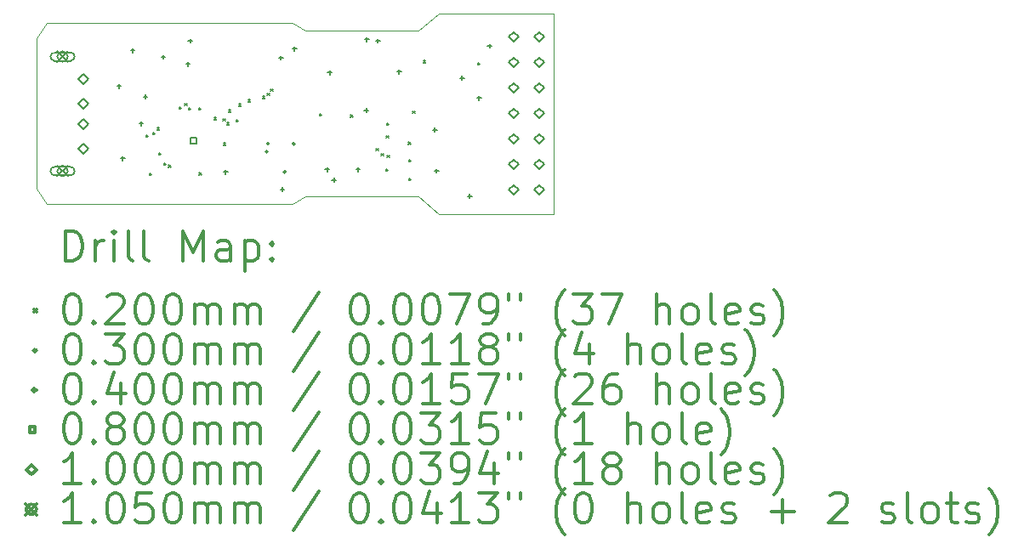
<source format=gbr>
%FSLAX45Y45*%
G04 Gerber Fmt 4.5, Leading zero omitted, Abs format (unit mm)*
G04 Created by KiCad (PCBNEW (5.1.10)-1) date 2021-07-14 18:31:57*
%MOMM*%
%LPD*%
G01*
G04 APERTURE LIST*
%TA.AperFunction,Profile*%
%ADD10C,0.050000*%
%TD*%
%ADD11C,0.200000*%
%ADD12C,0.300000*%
G04 APERTURE END LIST*
D10*
X8900000Y-6980000D02*
X9025000Y-6905000D01*
X8900000Y-5180000D02*
X9025000Y-5255000D01*
X10150000Y-5255000D02*
X10350000Y-5080000D01*
X9025000Y-5255000D02*
X10150000Y-5255000D01*
X10150000Y-6905000D02*
X10350000Y-7080000D01*
X9025000Y-6905000D02*
X10150000Y-6905000D01*
X6450000Y-5180000D02*
X8900000Y-5180000D01*
X6350000Y-5330000D02*
X6450000Y-5180000D01*
X6450000Y-6980000D02*
X8900000Y-6980000D01*
X6350000Y-6830000D02*
X6450000Y-6980000D01*
X6350000Y-6830000D02*
X6350000Y-5330000D01*
X11500000Y-7080000D02*
X10350000Y-7080000D01*
X11500000Y-5080000D02*
X11500000Y-7080000D01*
X10350000Y-5080000D02*
X11500000Y-5080000D01*
D11*
X7441045Y-6295352D02*
X7461045Y-6315352D01*
X7461045Y-6295352D02*
X7441045Y-6315352D01*
X7475000Y-6675000D02*
X7495000Y-6695000D01*
X7495000Y-6675000D02*
X7475000Y-6695000D01*
X7504998Y-6270000D02*
X7524998Y-6290000D01*
X7524998Y-6270000D02*
X7504998Y-6290000D01*
X7549998Y-6220000D02*
X7569998Y-6240000D01*
X7569998Y-6220000D02*
X7549998Y-6240000D01*
X7565000Y-6470000D02*
X7585000Y-6490000D01*
X7585000Y-6470000D02*
X7565000Y-6490000D01*
X7615000Y-6570000D02*
X7635000Y-6590000D01*
X7635000Y-6570000D02*
X7615000Y-6590000D01*
X7665000Y-6595000D02*
X7685000Y-6615000D01*
X7685000Y-6595000D02*
X7665000Y-6615000D01*
X7769000Y-6014000D02*
X7789000Y-6034000D01*
X7789000Y-6014000D02*
X7769000Y-6034000D01*
X7826109Y-5981109D02*
X7846109Y-6001109D01*
X7846109Y-5981109D02*
X7826109Y-6001109D01*
X7865000Y-6020000D02*
X7885000Y-6040000D01*
X7885000Y-6020000D02*
X7865000Y-6040000D01*
X7965000Y-6020000D02*
X7985000Y-6040000D01*
X7985000Y-6020000D02*
X7965000Y-6040000D01*
X7969000Y-6670000D02*
X7989000Y-6690000D01*
X7989000Y-6670000D02*
X7969000Y-6690000D01*
X8115000Y-6120000D02*
X8135000Y-6140000D01*
X8135000Y-6120000D02*
X8115000Y-6140000D01*
X8206000Y-6132000D02*
X8226000Y-6152000D01*
X8226000Y-6132000D02*
X8206000Y-6152000D01*
X8212000Y-6373000D02*
X8232000Y-6393000D01*
X8232000Y-6373000D02*
X8212000Y-6393000D01*
X8245000Y-6171000D02*
X8265000Y-6191000D01*
X8265000Y-6171000D02*
X8245000Y-6191000D01*
X8261000Y-6044000D02*
X8281000Y-6064000D01*
X8281000Y-6044000D02*
X8261000Y-6064000D01*
X8335000Y-6142500D02*
X8355000Y-6162500D01*
X8355000Y-6142500D02*
X8335000Y-6162500D01*
X8360000Y-5985000D02*
X8380000Y-6005000D01*
X8380000Y-5985000D02*
X8360000Y-6005000D01*
X8455000Y-5943000D02*
X8475000Y-5963000D01*
X8475000Y-5943000D02*
X8455000Y-5963000D01*
X8600000Y-5909000D02*
X8620000Y-5929000D01*
X8620000Y-5909000D02*
X8600000Y-5929000D01*
X8646000Y-5878000D02*
X8666000Y-5898000D01*
X8666000Y-5878000D02*
X8646000Y-5898000D01*
X8681000Y-5835000D02*
X8701000Y-5855000D01*
X8701000Y-5835000D02*
X8681000Y-5855000D01*
X9167500Y-6082500D02*
X9187500Y-6102500D01*
X9187500Y-6082500D02*
X9167500Y-6102500D01*
X9476000Y-6095000D02*
X9496000Y-6115000D01*
X9496000Y-6095000D02*
X9476000Y-6115000D01*
X9730000Y-6430000D02*
X9750000Y-6450000D01*
X9750000Y-6430000D02*
X9730000Y-6450000D01*
X9780285Y-6478925D02*
X9800285Y-6498925D01*
X9800285Y-6478925D02*
X9780285Y-6498925D01*
X9825285Y-6630000D02*
X9845285Y-6650000D01*
X9845285Y-6630000D02*
X9825285Y-6650000D01*
X9830000Y-6300000D02*
X9850000Y-6320000D01*
X9850000Y-6300000D02*
X9830000Y-6320000D01*
X9835000Y-6175000D02*
X9855000Y-6195000D01*
X9855000Y-6175000D02*
X9835000Y-6195000D01*
X9840000Y-6495000D02*
X9860000Y-6515000D01*
X9860000Y-6495000D02*
X9840000Y-6515000D01*
X10050000Y-6365000D02*
X10070000Y-6385000D01*
X10070000Y-6365000D02*
X10050000Y-6385000D01*
X10055000Y-6540000D02*
X10075000Y-6560000D01*
X10075000Y-6540000D02*
X10055000Y-6560000D01*
X10055000Y-6725000D02*
X10075000Y-6745000D01*
X10075000Y-6725000D02*
X10055000Y-6745000D01*
X10092500Y-6054250D02*
X10112500Y-6074250D01*
X10112500Y-6054250D02*
X10092500Y-6074250D01*
X10197500Y-5552500D02*
X10217500Y-5572500D01*
X10217500Y-5552500D02*
X10197500Y-5572500D01*
X10742500Y-5572500D02*
X10762500Y-5592500D01*
X10762500Y-5572500D02*
X10742500Y-5592500D01*
X8655000Y-6460000D02*
G75*
G03*
X8655000Y-6460000I-15000J0D01*
G01*
X8667500Y-6380000D02*
G75*
G03*
X8667500Y-6380000I-15000J0D01*
G01*
X8835000Y-6660000D02*
G75*
G03*
X8835000Y-6660000I-15000J0D01*
G01*
X8922500Y-6380000D02*
G75*
G03*
X8922500Y-6380000I-15000J0D01*
G01*
X7170000Y-5785000D02*
X7170000Y-5825000D01*
X7150000Y-5805000D02*
X7190000Y-5805000D01*
X7207500Y-6505000D02*
X7207500Y-6545000D01*
X7187500Y-6525000D02*
X7227500Y-6525000D01*
X7305000Y-5430000D02*
X7305000Y-5470000D01*
X7285000Y-5450000D02*
X7325000Y-5450000D01*
X7390000Y-6160000D02*
X7390000Y-6200000D01*
X7370000Y-6180000D02*
X7410000Y-6180000D01*
X7433000Y-5892000D02*
X7433000Y-5932000D01*
X7413000Y-5912000D02*
X7453000Y-5912000D01*
X7610000Y-5495000D02*
X7610000Y-5535000D01*
X7590000Y-5515000D02*
X7630000Y-5515000D01*
X7855000Y-5565000D02*
X7855000Y-5605000D01*
X7835000Y-5585000D02*
X7875000Y-5585000D01*
X7878999Y-5335001D02*
X7878999Y-5375001D01*
X7858999Y-5355001D02*
X7898999Y-5355001D01*
X8230000Y-6640000D02*
X8230000Y-6680000D01*
X8210000Y-6660000D02*
X8250000Y-6660000D01*
X8780000Y-5505000D02*
X8780000Y-5545000D01*
X8760000Y-5525000D02*
X8800000Y-5525000D01*
X8795000Y-6815000D02*
X8795000Y-6855000D01*
X8775000Y-6835000D02*
X8815000Y-6835000D01*
X8915999Y-5415001D02*
X8915999Y-5455001D01*
X8895999Y-5435001D02*
X8935999Y-5435001D01*
X9242000Y-6616000D02*
X9242000Y-6656000D01*
X9222000Y-6636000D02*
X9262000Y-6636000D01*
X9267500Y-5650000D02*
X9267500Y-5690000D01*
X9247500Y-5670000D02*
X9287500Y-5670000D01*
X9310000Y-6720000D02*
X9310000Y-6760000D01*
X9290000Y-6740000D02*
X9330000Y-6740000D01*
X9550000Y-6616000D02*
X9550000Y-6656000D01*
X9530000Y-6636000D02*
X9570000Y-6636000D01*
X9630000Y-6025000D02*
X9630000Y-6065000D01*
X9610000Y-6045000D02*
X9650000Y-6045000D01*
X9637500Y-5320000D02*
X9637500Y-5360000D01*
X9617500Y-5340000D02*
X9657500Y-5340000D01*
X9747500Y-5335000D02*
X9747500Y-5375000D01*
X9727500Y-5355000D02*
X9767500Y-5355000D01*
X9957500Y-5642500D02*
X9957500Y-5682500D01*
X9937500Y-5662500D02*
X9977500Y-5662500D01*
X10315000Y-6220000D02*
X10315000Y-6260000D01*
X10295000Y-6240000D02*
X10335000Y-6240000D01*
X10330000Y-6630000D02*
X10330000Y-6670000D01*
X10310000Y-6650000D02*
X10350000Y-6650000D01*
X10585000Y-5705000D02*
X10585000Y-5745000D01*
X10565000Y-5725000D02*
X10605000Y-5725000D01*
X10660000Y-6880000D02*
X10660000Y-6920000D01*
X10640000Y-6900000D02*
X10680000Y-6900000D01*
X10755000Y-5905000D02*
X10755000Y-5945000D01*
X10735000Y-5925000D02*
X10775000Y-5925000D01*
X10857500Y-5385000D02*
X10857500Y-5425000D01*
X10837500Y-5405000D02*
X10877500Y-5405000D01*
X7938284Y-6378284D02*
X7938284Y-6321715D01*
X7881715Y-6321715D01*
X7881715Y-6378284D01*
X7938284Y-6378284D01*
X6817500Y-5782500D02*
X6867500Y-5732500D01*
X6817500Y-5682500D01*
X6767500Y-5732500D01*
X6817500Y-5782500D01*
X6817500Y-6032500D02*
X6867500Y-5982500D01*
X6817500Y-5932500D01*
X6767500Y-5982500D01*
X6817500Y-6032500D01*
X6817500Y-6232500D02*
X6867500Y-6182500D01*
X6817500Y-6132500D01*
X6767500Y-6182500D01*
X6817500Y-6232500D01*
X6817500Y-6482500D02*
X6867500Y-6432500D01*
X6817500Y-6382500D01*
X6767500Y-6432500D01*
X6817500Y-6482500D01*
X11100000Y-5366220D02*
X11150000Y-5316220D01*
X11100000Y-5266220D01*
X11050000Y-5316220D01*
X11100000Y-5366220D01*
X11100000Y-5620220D02*
X11150000Y-5570220D01*
X11100000Y-5520220D01*
X11050000Y-5570220D01*
X11100000Y-5620220D01*
X11100000Y-5874220D02*
X11150000Y-5824220D01*
X11100000Y-5774220D01*
X11050000Y-5824220D01*
X11100000Y-5874220D01*
X11100000Y-6128220D02*
X11150000Y-6078220D01*
X11100000Y-6028220D01*
X11050000Y-6078220D01*
X11100000Y-6128220D01*
X11100000Y-6382220D02*
X11150000Y-6332220D01*
X11100000Y-6282220D01*
X11050000Y-6332220D01*
X11100000Y-6382220D01*
X11100000Y-6636220D02*
X11150000Y-6586220D01*
X11100000Y-6536220D01*
X11050000Y-6586220D01*
X11100000Y-6636220D01*
X11100000Y-6890220D02*
X11150000Y-6840220D01*
X11100000Y-6790220D01*
X11050000Y-6840220D01*
X11100000Y-6890220D01*
X11354000Y-5366220D02*
X11404000Y-5316220D01*
X11354000Y-5266220D01*
X11304000Y-5316220D01*
X11354000Y-5366220D01*
X11354000Y-5620220D02*
X11404000Y-5570220D01*
X11354000Y-5520220D01*
X11304000Y-5570220D01*
X11354000Y-5620220D01*
X11354000Y-5874220D02*
X11404000Y-5824220D01*
X11354000Y-5774220D01*
X11304000Y-5824220D01*
X11354000Y-5874220D01*
X11354000Y-6128220D02*
X11404000Y-6078220D01*
X11354000Y-6028220D01*
X11304000Y-6078220D01*
X11354000Y-6128220D01*
X11354000Y-6382220D02*
X11404000Y-6332220D01*
X11354000Y-6282220D01*
X11304000Y-6332220D01*
X11354000Y-6382220D01*
X11354000Y-6636220D02*
X11404000Y-6586220D01*
X11354000Y-6536220D01*
X11304000Y-6586220D01*
X11354000Y-6636220D01*
X11354000Y-6890220D02*
X11404000Y-6840220D01*
X11354000Y-6790220D01*
X11304000Y-6840220D01*
X11354000Y-6890220D01*
X6555000Y-5460000D02*
X6660000Y-5565000D01*
X6660000Y-5460000D02*
X6555000Y-5565000D01*
X6660000Y-5512500D02*
G75*
G03*
X6660000Y-5512500I-52500J0D01*
G01*
X6685000Y-5470000D02*
X6530000Y-5470000D01*
X6685000Y-5555000D02*
X6530000Y-5555000D01*
X6530000Y-5470000D02*
G75*
G03*
X6530000Y-5555000I0J-42500D01*
G01*
X6685000Y-5555000D02*
G75*
G03*
X6685000Y-5470000I0J42500D01*
G01*
X6555000Y-6600000D02*
X6660000Y-6705000D01*
X6660000Y-6600000D02*
X6555000Y-6705000D01*
X6660000Y-6652500D02*
G75*
G03*
X6660000Y-6652500I-52500J0D01*
G01*
X6685000Y-6610000D02*
X6530000Y-6610000D01*
X6685000Y-6695000D02*
X6530000Y-6695000D01*
X6530000Y-6610000D02*
G75*
G03*
X6530000Y-6695000I0J-42500D01*
G01*
X6685000Y-6695000D02*
G75*
G03*
X6685000Y-6610000I0J42500D01*
G01*
D12*
X6633928Y-7548214D02*
X6633928Y-7248214D01*
X6705357Y-7248214D01*
X6748214Y-7262500D01*
X6776786Y-7291071D01*
X6791071Y-7319643D01*
X6805357Y-7376786D01*
X6805357Y-7419643D01*
X6791071Y-7476786D01*
X6776786Y-7505357D01*
X6748214Y-7533929D01*
X6705357Y-7548214D01*
X6633928Y-7548214D01*
X6933928Y-7548214D02*
X6933928Y-7348214D01*
X6933928Y-7405357D02*
X6948214Y-7376786D01*
X6962500Y-7362500D01*
X6991071Y-7348214D01*
X7019643Y-7348214D01*
X7119643Y-7548214D02*
X7119643Y-7348214D01*
X7119643Y-7248214D02*
X7105357Y-7262500D01*
X7119643Y-7276786D01*
X7133928Y-7262500D01*
X7119643Y-7248214D01*
X7119643Y-7276786D01*
X7305357Y-7548214D02*
X7276786Y-7533929D01*
X7262500Y-7505357D01*
X7262500Y-7248214D01*
X7462500Y-7548214D02*
X7433928Y-7533929D01*
X7419643Y-7505357D01*
X7419643Y-7248214D01*
X7805357Y-7548214D02*
X7805357Y-7248214D01*
X7905357Y-7462500D01*
X8005357Y-7248214D01*
X8005357Y-7548214D01*
X8276786Y-7548214D02*
X8276786Y-7391071D01*
X8262500Y-7362500D01*
X8233928Y-7348214D01*
X8176786Y-7348214D01*
X8148214Y-7362500D01*
X8276786Y-7533929D02*
X8248214Y-7548214D01*
X8176786Y-7548214D01*
X8148214Y-7533929D01*
X8133928Y-7505357D01*
X8133928Y-7476786D01*
X8148214Y-7448214D01*
X8176786Y-7433929D01*
X8248214Y-7433929D01*
X8276786Y-7419643D01*
X8419643Y-7348214D02*
X8419643Y-7648214D01*
X8419643Y-7362500D02*
X8448214Y-7348214D01*
X8505357Y-7348214D01*
X8533928Y-7362500D01*
X8548214Y-7376786D01*
X8562500Y-7405357D01*
X8562500Y-7491071D01*
X8548214Y-7519643D01*
X8533928Y-7533929D01*
X8505357Y-7548214D01*
X8448214Y-7548214D01*
X8419643Y-7533929D01*
X8691071Y-7519643D02*
X8705357Y-7533929D01*
X8691071Y-7548214D01*
X8676786Y-7533929D01*
X8691071Y-7519643D01*
X8691071Y-7548214D01*
X8691071Y-7362500D02*
X8705357Y-7376786D01*
X8691071Y-7391071D01*
X8676786Y-7376786D01*
X8691071Y-7362500D01*
X8691071Y-7391071D01*
X6327500Y-8032500D02*
X6347500Y-8052500D01*
X6347500Y-8032500D02*
X6327500Y-8052500D01*
X6691071Y-7878214D02*
X6719643Y-7878214D01*
X6748214Y-7892500D01*
X6762500Y-7906786D01*
X6776786Y-7935357D01*
X6791071Y-7992500D01*
X6791071Y-8063929D01*
X6776786Y-8121071D01*
X6762500Y-8149643D01*
X6748214Y-8163929D01*
X6719643Y-8178214D01*
X6691071Y-8178214D01*
X6662500Y-8163929D01*
X6648214Y-8149643D01*
X6633928Y-8121071D01*
X6619643Y-8063929D01*
X6619643Y-7992500D01*
X6633928Y-7935357D01*
X6648214Y-7906786D01*
X6662500Y-7892500D01*
X6691071Y-7878214D01*
X6919643Y-8149643D02*
X6933928Y-8163929D01*
X6919643Y-8178214D01*
X6905357Y-8163929D01*
X6919643Y-8149643D01*
X6919643Y-8178214D01*
X7048214Y-7906786D02*
X7062500Y-7892500D01*
X7091071Y-7878214D01*
X7162500Y-7878214D01*
X7191071Y-7892500D01*
X7205357Y-7906786D01*
X7219643Y-7935357D01*
X7219643Y-7963929D01*
X7205357Y-8006786D01*
X7033928Y-8178214D01*
X7219643Y-8178214D01*
X7405357Y-7878214D02*
X7433928Y-7878214D01*
X7462500Y-7892500D01*
X7476786Y-7906786D01*
X7491071Y-7935357D01*
X7505357Y-7992500D01*
X7505357Y-8063929D01*
X7491071Y-8121071D01*
X7476786Y-8149643D01*
X7462500Y-8163929D01*
X7433928Y-8178214D01*
X7405357Y-8178214D01*
X7376786Y-8163929D01*
X7362500Y-8149643D01*
X7348214Y-8121071D01*
X7333928Y-8063929D01*
X7333928Y-7992500D01*
X7348214Y-7935357D01*
X7362500Y-7906786D01*
X7376786Y-7892500D01*
X7405357Y-7878214D01*
X7691071Y-7878214D02*
X7719643Y-7878214D01*
X7748214Y-7892500D01*
X7762500Y-7906786D01*
X7776786Y-7935357D01*
X7791071Y-7992500D01*
X7791071Y-8063929D01*
X7776786Y-8121071D01*
X7762500Y-8149643D01*
X7748214Y-8163929D01*
X7719643Y-8178214D01*
X7691071Y-8178214D01*
X7662500Y-8163929D01*
X7648214Y-8149643D01*
X7633928Y-8121071D01*
X7619643Y-8063929D01*
X7619643Y-7992500D01*
X7633928Y-7935357D01*
X7648214Y-7906786D01*
X7662500Y-7892500D01*
X7691071Y-7878214D01*
X7919643Y-8178214D02*
X7919643Y-7978214D01*
X7919643Y-8006786D02*
X7933928Y-7992500D01*
X7962500Y-7978214D01*
X8005357Y-7978214D01*
X8033928Y-7992500D01*
X8048214Y-8021071D01*
X8048214Y-8178214D01*
X8048214Y-8021071D02*
X8062500Y-7992500D01*
X8091071Y-7978214D01*
X8133928Y-7978214D01*
X8162500Y-7992500D01*
X8176786Y-8021071D01*
X8176786Y-8178214D01*
X8319643Y-8178214D02*
X8319643Y-7978214D01*
X8319643Y-8006786D02*
X8333928Y-7992500D01*
X8362500Y-7978214D01*
X8405357Y-7978214D01*
X8433928Y-7992500D01*
X8448214Y-8021071D01*
X8448214Y-8178214D01*
X8448214Y-8021071D02*
X8462500Y-7992500D01*
X8491071Y-7978214D01*
X8533928Y-7978214D01*
X8562500Y-7992500D01*
X8576786Y-8021071D01*
X8576786Y-8178214D01*
X9162500Y-7863929D02*
X8905357Y-8249643D01*
X9548214Y-7878214D02*
X9576786Y-7878214D01*
X9605357Y-7892500D01*
X9619643Y-7906786D01*
X9633928Y-7935357D01*
X9648214Y-7992500D01*
X9648214Y-8063929D01*
X9633928Y-8121071D01*
X9619643Y-8149643D01*
X9605357Y-8163929D01*
X9576786Y-8178214D01*
X9548214Y-8178214D01*
X9519643Y-8163929D01*
X9505357Y-8149643D01*
X9491071Y-8121071D01*
X9476786Y-8063929D01*
X9476786Y-7992500D01*
X9491071Y-7935357D01*
X9505357Y-7906786D01*
X9519643Y-7892500D01*
X9548214Y-7878214D01*
X9776786Y-8149643D02*
X9791071Y-8163929D01*
X9776786Y-8178214D01*
X9762500Y-8163929D01*
X9776786Y-8149643D01*
X9776786Y-8178214D01*
X9976786Y-7878214D02*
X10005357Y-7878214D01*
X10033928Y-7892500D01*
X10048214Y-7906786D01*
X10062500Y-7935357D01*
X10076786Y-7992500D01*
X10076786Y-8063929D01*
X10062500Y-8121071D01*
X10048214Y-8149643D01*
X10033928Y-8163929D01*
X10005357Y-8178214D01*
X9976786Y-8178214D01*
X9948214Y-8163929D01*
X9933928Y-8149643D01*
X9919643Y-8121071D01*
X9905357Y-8063929D01*
X9905357Y-7992500D01*
X9919643Y-7935357D01*
X9933928Y-7906786D01*
X9948214Y-7892500D01*
X9976786Y-7878214D01*
X10262500Y-7878214D02*
X10291071Y-7878214D01*
X10319643Y-7892500D01*
X10333928Y-7906786D01*
X10348214Y-7935357D01*
X10362500Y-7992500D01*
X10362500Y-8063929D01*
X10348214Y-8121071D01*
X10333928Y-8149643D01*
X10319643Y-8163929D01*
X10291071Y-8178214D01*
X10262500Y-8178214D01*
X10233928Y-8163929D01*
X10219643Y-8149643D01*
X10205357Y-8121071D01*
X10191071Y-8063929D01*
X10191071Y-7992500D01*
X10205357Y-7935357D01*
X10219643Y-7906786D01*
X10233928Y-7892500D01*
X10262500Y-7878214D01*
X10462500Y-7878214D02*
X10662500Y-7878214D01*
X10533928Y-8178214D01*
X10791071Y-8178214D02*
X10848214Y-8178214D01*
X10876786Y-8163929D01*
X10891071Y-8149643D01*
X10919643Y-8106786D01*
X10933928Y-8049643D01*
X10933928Y-7935357D01*
X10919643Y-7906786D01*
X10905357Y-7892500D01*
X10876786Y-7878214D01*
X10819643Y-7878214D01*
X10791071Y-7892500D01*
X10776786Y-7906786D01*
X10762500Y-7935357D01*
X10762500Y-8006786D01*
X10776786Y-8035357D01*
X10791071Y-8049643D01*
X10819643Y-8063929D01*
X10876786Y-8063929D01*
X10905357Y-8049643D01*
X10919643Y-8035357D01*
X10933928Y-8006786D01*
X11048214Y-7878214D02*
X11048214Y-7935357D01*
X11162500Y-7878214D02*
X11162500Y-7935357D01*
X11605357Y-8292500D02*
X11591071Y-8278214D01*
X11562500Y-8235357D01*
X11548214Y-8206786D01*
X11533928Y-8163929D01*
X11519643Y-8092500D01*
X11519643Y-8035357D01*
X11533928Y-7963929D01*
X11548214Y-7921071D01*
X11562500Y-7892500D01*
X11591071Y-7849643D01*
X11605357Y-7835357D01*
X11691071Y-7878214D02*
X11876786Y-7878214D01*
X11776786Y-7992500D01*
X11819643Y-7992500D01*
X11848214Y-8006786D01*
X11862500Y-8021071D01*
X11876786Y-8049643D01*
X11876786Y-8121071D01*
X11862500Y-8149643D01*
X11848214Y-8163929D01*
X11819643Y-8178214D01*
X11733928Y-8178214D01*
X11705357Y-8163929D01*
X11691071Y-8149643D01*
X11976786Y-7878214D02*
X12176786Y-7878214D01*
X12048214Y-8178214D01*
X12519643Y-8178214D02*
X12519643Y-7878214D01*
X12648214Y-8178214D02*
X12648214Y-8021071D01*
X12633928Y-7992500D01*
X12605357Y-7978214D01*
X12562500Y-7978214D01*
X12533928Y-7992500D01*
X12519643Y-8006786D01*
X12833928Y-8178214D02*
X12805357Y-8163929D01*
X12791071Y-8149643D01*
X12776786Y-8121071D01*
X12776786Y-8035357D01*
X12791071Y-8006786D01*
X12805357Y-7992500D01*
X12833928Y-7978214D01*
X12876786Y-7978214D01*
X12905357Y-7992500D01*
X12919643Y-8006786D01*
X12933928Y-8035357D01*
X12933928Y-8121071D01*
X12919643Y-8149643D01*
X12905357Y-8163929D01*
X12876786Y-8178214D01*
X12833928Y-8178214D01*
X13105357Y-8178214D02*
X13076786Y-8163929D01*
X13062500Y-8135357D01*
X13062500Y-7878214D01*
X13333928Y-8163929D02*
X13305357Y-8178214D01*
X13248214Y-8178214D01*
X13219643Y-8163929D01*
X13205357Y-8135357D01*
X13205357Y-8021071D01*
X13219643Y-7992500D01*
X13248214Y-7978214D01*
X13305357Y-7978214D01*
X13333928Y-7992500D01*
X13348214Y-8021071D01*
X13348214Y-8049643D01*
X13205357Y-8078214D01*
X13462500Y-8163929D02*
X13491071Y-8178214D01*
X13548214Y-8178214D01*
X13576786Y-8163929D01*
X13591071Y-8135357D01*
X13591071Y-8121071D01*
X13576786Y-8092500D01*
X13548214Y-8078214D01*
X13505357Y-8078214D01*
X13476786Y-8063929D01*
X13462500Y-8035357D01*
X13462500Y-8021071D01*
X13476786Y-7992500D01*
X13505357Y-7978214D01*
X13548214Y-7978214D01*
X13576786Y-7992500D01*
X13691071Y-8292500D02*
X13705357Y-8278214D01*
X13733928Y-8235357D01*
X13748214Y-8206786D01*
X13762500Y-8163929D01*
X13776786Y-8092500D01*
X13776786Y-8035357D01*
X13762500Y-7963929D01*
X13748214Y-7921071D01*
X13733928Y-7892500D01*
X13705357Y-7849643D01*
X13691071Y-7835357D01*
X6347500Y-8438500D02*
G75*
G03*
X6347500Y-8438500I-15000J0D01*
G01*
X6691071Y-8274214D02*
X6719643Y-8274214D01*
X6748214Y-8288500D01*
X6762500Y-8302786D01*
X6776786Y-8331357D01*
X6791071Y-8388500D01*
X6791071Y-8459929D01*
X6776786Y-8517072D01*
X6762500Y-8545643D01*
X6748214Y-8559929D01*
X6719643Y-8574214D01*
X6691071Y-8574214D01*
X6662500Y-8559929D01*
X6648214Y-8545643D01*
X6633928Y-8517072D01*
X6619643Y-8459929D01*
X6619643Y-8388500D01*
X6633928Y-8331357D01*
X6648214Y-8302786D01*
X6662500Y-8288500D01*
X6691071Y-8274214D01*
X6919643Y-8545643D02*
X6933928Y-8559929D01*
X6919643Y-8574214D01*
X6905357Y-8559929D01*
X6919643Y-8545643D01*
X6919643Y-8574214D01*
X7033928Y-8274214D02*
X7219643Y-8274214D01*
X7119643Y-8388500D01*
X7162500Y-8388500D01*
X7191071Y-8402786D01*
X7205357Y-8417072D01*
X7219643Y-8445643D01*
X7219643Y-8517072D01*
X7205357Y-8545643D01*
X7191071Y-8559929D01*
X7162500Y-8574214D01*
X7076786Y-8574214D01*
X7048214Y-8559929D01*
X7033928Y-8545643D01*
X7405357Y-8274214D02*
X7433928Y-8274214D01*
X7462500Y-8288500D01*
X7476786Y-8302786D01*
X7491071Y-8331357D01*
X7505357Y-8388500D01*
X7505357Y-8459929D01*
X7491071Y-8517072D01*
X7476786Y-8545643D01*
X7462500Y-8559929D01*
X7433928Y-8574214D01*
X7405357Y-8574214D01*
X7376786Y-8559929D01*
X7362500Y-8545643D01*
X7348214Y-8517072D01*
X7333928Y-8459929D01*
X7333928Y-8388500D01*
X7348214Y-8331357D01*
X7362500Y-8302786D01*
X7376786Y-8288500D01*
X7405357Y-8274214D01*
X7691071Y-8274214D02*
X7719643Y-8274214D01*
X7748214Y-8288500D01*
X7762500Y-8302786D01*
X7776786Y-8331357D01*
X7791071Y-8388500D01*
X7791071Y-8459929D01*
X7776786Y-8517072D01*
X7762500Y-8545643D01*
X7748214Y-8559929D01*
X7719643Y-8574214D01*
X7691071Y-8574214D01*
X7662500Y-8559929D01*
X7648214Y-8545643D01*
X7633928Y-8517072D01*
X7619643Y-8459929D01*
X7619643Y-8388500D01*
X7633928Y-8331357D01*
X7648214Y-8302786D01*
X7662500Y-8288500D01*
X7691071Y-8274214D01*
X7919643Y-8574214D02*
X7919643Y-8374214D01*
X7919643Y-8402786D02*
X7933928Y-8388500D01*
X7962500Y-8374214D01*
X8005357Y-8374214D01*
X8033928Y-8388500D01*
X8048214Y-8417072D01*
X8048214Y-8574214D01*
X8048214Y-8417072D02*
X8062500Y-8388500D01*
X8091071Y-8374214D01*
X8133928Y-8374214D01*
X8162500Y-8388500D01*
X8176786Y-8417072D01*
X8176786Y-8574214D01*
X8319643Y-8574214D02*
X8319643Y-8374214D01*
X8319643Y-8402786D02*
X8333928Y-8388500D01*
X8362500Y-8374214D01*
X8405357Y-8374214D01*
X8433928Y-8388500D01*
X8448214Y-8417072D01*
X8448214Y-8574214D01*
X8448214Y-8417072D02*
X8462500Y-8388500D01*
X8491071Y-8374214D01*
X8533928Y-8374214D01*
X8562500Y-8388500D01*
X8576786Y-8417072D01*
X8576786Y-8574214D01*
X9162500Y-8259929D02*
X8905357Y-8645643D01*
X9548214Y-8274214D02*
X9576786Y-8274214D01*
X9605357Y-8288500D01*
X9619643Y-8302786D01*
X9633928Y-8331357D01*
X9648214Y-8388500D01*
X9648214Y-8459929D01*
X9633928Y-8517072D01*
X9619643Y-8545643D01*
X9605357Y-8559929D01*
X9576786Y-8574214D01*
X9548214Y-8574214D01*
X9519643Y-8559929D01*
X9505357Y-8545643D01*
X9491071Y-8517072D01*
X9476786Y-8459929D01*
X9476786Y-8388500D01*
X9491071Y-8331357D01*
X9505357Y-8302786D01*
X9519643Y-8288500D01*
X9548214Y-8274214D01*
X9776786Y-8545643D02*
X9791071Y-8559929D01*
X9776786Y-8574214D01*
X9762500Y-8559929D01*
X9776786Y-8545643D01*
X9776786Y-8574214D01*
X9976786Y-8274214D02*
X10005357Y-8274214D01*
X10033928Y-8288500D01*
X10048214Y-8302786D01*
X10062500Y-8331357D01*
X10076786Y-8388500D01*
X10076786Y-8459929D01*
X10062500Y-8517072D01*
X10048214Y-8545643D01*
X10033928Y-8559929D01*
X10005357Y-8574214D01*
X9976786Y-8574214D01*
X9948214Y-8559929D01*
X9933928Y-8545643D01*
X9919643Y-8517072D01*
X9905357Y-8459929D01*
X9905357Y-8388500D01*
X9919643Y-8331357D01*
X9933928Y-8302786D01*
X9948214Y-8288500D01*
X9976786Y-8274214D01*
X10362500Y-8574214D02*
X10191071Y-8574214D01*
X10276786Y-8574214D02*
X10276786Y-8274214D01*
X10248214Y-8317071D01*
X10219643Y-8345643D01*
X10191071Y-8359929D01*
X10648214Y-8574214D02*
X10476786Y-8574214D01*
X10562500Y-8574214D02*
X10562500Y-8274214D01*
X10533928Y-8317071D01*
X10505357Y-8345643D01*
X10476786Y-8359929D01*
X10819643Y-8402786D02*
X10791071Y-8388500D01*
X10776786Y-8374214D01*
X10762500Y-8345643D01*
X10762500Y-8331357D01*
X10776786Y-8302786D01*
X10791071Y-8288500D01*
X10819643Y-8274214D01*
X10876786Y-8274214D01*
X10905357Y-8288500D01*
X10919643Y-8302786D01*
X10933928Y-8331357D01*
X10933928Y-8345643D01*
X10919643Y-8374214D01*
X10905357Y-8388500D01*
X10876786Y-8402786D01*
X10819643Y-8402786D01*
X10791071Y-8417072D01*
X10776786Y-8431357D01*
X10762500Y-8459929D01*
X10762500Y-8517072D01*
X10776786Y-8545643D01*
X10791071Y-8559929D01*
X10819643Y-8574214D01*
X10876786Y-8574214D01*
X10905357Y-8559929D01*
X10919643Y-8545643D01*
X10933928Y-8517072D01*
X10933928Y-8459929D01*
X10919643Y-8431357D01*
X10905357Y-8417072D01*
X10876786Y-8402786D01*
X11048214Y-8274214D02*
X11048214Y-8331357D01*
X11162500Y-8274214D02*
X11162500Y-8331357D01*
X11605357Y-8688500D02*
X11591071Y-8674214D01*
X11562500Y-8631357D01*
X11548214Y-8602786D01*
X11533928Y-8559929D01*
X11519643Y-8488500D01*
X11519643Y-8431357D01*
X11533928Y-8359929D01*
X11548214Y-8317071D01*
X11562500Y-8288500D01*
X11591071Y-8245643D01*
X11605357Y-8231357D01*
X11848214Y-8374214D02*
X11848214Y-8574214D01*
X11776786Y-8259929D02*
X11705357Y-8474214D01*
X11891071Y-8474214D01*
X12233928Y-8574214D02*
X12233928Y-8274214D01*
X12362500Y-8574214D02*
X12362500Y-8417072D01*
X12348214Y-8388500D01*
X12319643Y-8374214D01*
X12276786Y-8374214D01*
X12248214Y-8388500D01*
X12233928Y-8402786D01*
X12548214Y-8574214D02*
X12519643Y-8559929D01*
X12505357Y-8545643D01*
X12491071Y-8517072D01*
X12491071Y-8431357D01*
X12505357Y-8402786D01*
X12519643Y-8388500D01*
X12548214Y-8374214D01*
X12591071Y-8374214D01*
X12619643Y-8388500D01*
X12633928Y-8402786D01*
X12648214Y-8431357D01*
X12648214Y-8517072D01*
X12633928Y-8545643D01*
X12619643Y-8559929D01*
X12591071Y-8574214D01*
X12548214Y-8574214D01*
X12819643Y-8574214D02*
X12791071Y-8559929D01*
X12776786Y-8531357D01*
X12776786Y-8274214D01*
X13048214Y-8559929D02*
X13019643Y-8574214D01*
X12962500Y-8574214D01*
X12933928Y-8559929D01*
X12919643Y-8531357D01*
X12919643Y-8417072D01*
X12933928Y-8388500D01*
X12962500Y-8374214D01*
X13019643Y-8374214D01*
X13048214Y-8388500D01*
X13062500Y-8417072D01*
X13062500Y-8445643D01*
X12919643Y-8474214D01*
X13176786Y-8559929D02*
X13205357Y-8574214D01*
X13262500Y-8574214D01*
X13291071Y-8559929D01*
X13305357Y-8531357D01*
X13305357Y-8517072D01*
X13291071Y-8488500D01*
X13262500Y-8474214D01*
X13219643Y-8474214D01*
X13191071Y-8459929D01*
X13176786Y-8431357D01*
X13176786Y-8417072D01*
X13191071Y-8388500D01*
X13219643Y-8374214D01*
X13262500Y-8374214D01*
X13291071Y-8388500D01*
X13405357Y-8688500D02*
X13419643Y-8674214D01*
X13448214Y-8631357D01*
X13462500Y-8602786D01*
X13476786Y-8559929D01*
X13491071Y-8488500D01*
X13491071Y-8431357D01*
X13476786Y-8359929D01*
X13462500Y-8317071D01*
X13448214Y-8288500D01*
X13419643Y-8245643D01*
X13405357Y-8231357D01*
X6327500Y-8814500D02*
X6327500Y-8854500D01*
X6307500Y-8834500D02*
X6347500Y-8834500D01*
X6691071Y-8670214D02*
X6719643Y-8670214D01*
X6748214Y-8684500D01*
X6762500Y-8698786D01*
X6776786Y-8727357D01*
X6791071Y-8784500D01*
X6791071Y-8855929D01*
X6776786Y-8913072D01*
X6762500Y-8941643D01*
X6748214Y-8955929D01*
X6719643Y-8970214D01*
X6691071Y-8970214D01*
X6662500Y-8955929D01*
X6648214Y-8941643D01*
X6633928Y-8913072D01*
X6619643Y-8855929D01*
X6619643Y-8784500D01*
X6633928Y-8727357D01*
X6648214Y-8698786D01*
X6662500Y-8684500D01*
X6691071Y-8670214D01*
X6919643Y-8941643D02*
X6933928Y-8955929D01*
X6919643Y-8970214D01*
X6905357Y-8955929D01*
X6919643Y-8941643D01*
X6919643Y-8970214D01*
X7191071Y-8770214D02*
X7191071Y-8970214D01*
X7119643Y-8655929D02*
X7048214Y-8870214D01*
X7233928Y-8870214D01*
X7405357Y-8670214D02*
X7433928Y-8670214D01*
X7462500Y-8684500D01*
X7476786Y-8698786D01*
X7491071Y-8727357D01*
X7505357Y-8784500D01*
X7505357Y-8855929D01*
X7491071Y-8913072D01*
X7476786Y-8941643D01*
X7462500Y-8955929D01*
X7433928Y-8970214D01*
X7405357Y-8970214D01*
X7376786Y-8955929D01*
X7362500Y-8941643D01*
X7348214Y-8913072D01*
X7333928Y-8855929D01*
X7333928Y-8784500D01*
X7348214Y-8727357D01*
X7362500Y-8698786D01*
X7376786Y-8684500D01*
X7405357Y-8670214D01*
X7691071Y-8670214D02*
X7719643Y-8670214D01*
X7748214Y-8684500D01*
X7762500Y-8698786D01*
X7776786Y-8727357D01*
X7791071Y-8784500D01*
X7791071Y-8855929D01*
X7776786Y-8913072D01*
X7762500Y-8941643D01*
X7748214Y-8955929D01*
X7719643Y-8970214D01*
X7691071Y-8970214D01*
X7662500Y-8955929D01*
X7648214Y-8941643D01*
X7633928Y-8913072D01*
X7619643Y-8855929D01*
X7619643Y-8784500D01*
X7633928Y-8727357D01*
X7648214Y-8698786D01*
X7662500Y-8684500D01*
X7691071Y-8670214D01*
X7919643Y-8970214D02*
X7919643Y-8770214D01*
X7919643Y-8798786D02*
X7933928Y-8784500D01*
X7962500Y-8770214D01*
X8005357Y-8770214D01*
X8033928Y-8784500D01*
X8048214Y-8813072D01*
X8048214Y-8970214D01*
X8048214Y-8813072D02*
X8062500Y-8784500D01*
X8091071Y-8770214D01*
X8133928Y-8770214D01*
X8162500Y-8784500D01*
X8176786Y-8813072D01*
X8176786Y-8970214D01*
X8319643Y-8970214D02*
X8319643Y-8770214D01*
X8319643Y-8798786D02*
X8333928Y-8784500D01*
X8362500Y-8770214D01*
X8405357Y-8770214D01*
X8433928Y-8784500D01*
X8448214Y-8813072D01*
X8448214Y-8970214D01*
X8448214Y-8813072D02*
X8462500Y-8784500D01*
X8491071Y-8770214D01*
X8533928Y-8770214D01*
X8562500Y-8784500D01*
X8576786Y-8813072D01*
X8576786Y-8970214D01*
X9162500Y-8655929D02*
X8905357Y-9041643D01*
X9548214Y-8670214D02*
X9576786Y-8670214D01*
X9605357Y-8684500D01*
X9619643Y-8698786D01*
X9633928Y-8727357D01*
X9648214Y-8784500D01*
X9648214Y-8855929D01*
X9633928Y-8913072D01*
X9619643Y-8941643D01*
X9605357Y-8955929D01*
X9576786Y-8970214D01*
X9548214Y-8970214D01*
X9519643Y-8955929D01*
X9505357Y-8941643D01*
X9491071Y-8913072D01*
X9476786Y-8855929D01*
X9476786Y-8784500D01*
X9491071Y-8727357D01*
X9505357Y-8698786D01*
X9519643Y-8684500D01*
X9548214Y-8670214D01*
X9776786Y-8941643D02*
X9791071Y-8955929D01*
X9776786Y-8970214D01*
X9762500Y-8955929D01*
X9776786Y-8941643D01*
X9776786Y-8970214D01*
X9976786Y-8670214D02*
X10005357Y-8670214D01*
X10033928Y-8684500D01*
X10048214Y-8698786D01*
X10062500Y-8727357D01*
X10076786Y-8784500D01*
X10076786Y-8855929D01*
X10062500Y-8913072D01*
X10048214Y-8941643D01*
X10033928Y-8955929D01*
X10005357Y-8970214D01*
X9976786Y-8970214D01*
X9948214Y-8955929D01*
X9933928Y-8941643D01*
X9919643Y-8913072D01*
X9905357Y-8855929D01*
X9905357Y-8784500D01*
X9919643Y-8727357D01*
X9933928Y-8698786D01*
X9948214Y-8684500D01*
X9976786Y-8670214D01*
X10362500Y-8970214D02*
X10191071Y-8970214D01*
X10276786Y-8970214D02*
X10276786Y-8670214D01*
X10248214Y-8713072D01*
X10219643Y-8741643D01*
X10191071Y-8755929D01*
X10633928Y-8670214D02*
X10491071Y-8670214D01*
X10476786Y-8813072D01*
X10491071Y-8798786D01*
X10519643Y-8784500D01*
X10591071Y-8784500D01*
X10619643Y-8798786D01*
X10633928Y-8813072D01*
X10648214Y-8841643D01*
X10648214Y-8913072D01*
X10633928Y-8941643D01*
X10619643Y-8955929D01*
X10591071Y-8970214D01*
X10519643Y-8970214D01*
X10491071Y-8955929D01*
X10476786Y-8941643D01*
X10748214Y-8670214D02*
X10948214Y-8670214D01*
X10819643Y-8970214D01*
X11048214Y-8670214D02*
X11048214Y-8727357D01*
X11162500Y-8670214D02*
X11162500Y-8727357D01*
X11605357Y-9084500D02*
X11591071Y-9070214D01*
X11562500Y-9027357D01*
X11548214Y-8998786D01*
X11533928Y-8955929D01*
X11519643Y-8884500D01*
X11519643Y-8827357D01*
X11533928Y-8755929D01*
X11548214Y-8713072D01*
X11562500Y-8684500D01*
X11591071Y-8641643D01*
X11605357Y-8627357D01*
X11705357Y-8698786D02*
X11719643Y-8684500D01*
X11748214Y-8670214D01*
X11819643Y-8670214D01*
X11848214Y-8684500D01*
X11862500Y-8698786D01*
X11876786Y-8727357D01*
X11876786Y-8755929D01*
X11862500Y-8798786D01*
X11691071Y-8970214D01*
X11876786Y-8970214D01*
X12133928Y-8670214D02*
X12076786Y-8670214D01*
X12048214Y-8684500D01*
X12033928Y-8698786D01*
X12005357Y-8741643D01*
X11991071Y-8798786D01*
X11991071Y-8913072D01*
X12005357Y-8941643D01*
X12019643Y-8955929D01*
X12048214Y-8970214D01*
X12105357Y-8970214D01*
X12133928Y-8955929D01*
X12148214Y-8941643D01*
X12162500Y-8913072D01*
X12162500Y-8841643D01*
X12148214Y-8813072D01*
X12133928Y-8798786D01*
X12105357Y-8784500D01*
X12048214Y-8784500D01*
X12019643Y-8798786D01*
X12005357Y-8813072D01*
X11991071Y-8841643D01*
X12519643Y-8970214D02*
X12519643Y-8670214D01*
X12648214Y-8970214D02*
X12648214Y-8813072D01*
X12633928Y-8784500D01*
X12605357Y-8770214D01*
X12562500Y-8770214D01*
X12533928Y-8784500D01*
X12519643Y-8798786D01*
X12833928Y-8970214D02*
X12805357Y-8955929D01*
X12791071Y-8941643D01*
X12776786Y-8913072D01*
X12776786Y-8827357D01*
X12791071Y-8798786D01*
X12805357Y-8784500D01*
X12833928Y-8770214D01*
X12876786Y-8770214D01*
X12905357Y-8784500D01*
X12919643Y-8798786D01*
X12933928Y-8827357D01*
X12933928Y-8913072D01*
X12919643Y-8941643D01*
X12905357Y-8955929D01*
X12876786Y-8970214D01*
X12833928Y-8970214D01*
X13105357Y-8970214D02*
X13076786Y-8955929D01*
X13062500Y-8927357D01*
X13062500Y-8670214D01*
X13333928Y-8955929D02*
X13305357Y-8970214D01*
X13248214Y-8970214D01*
X13219643Y-8955929D01*
X13205357Y-8927357D01*
X13205357Y-8813072D01*
X13219643Y-8784500D01*
X13248214Y-8770214D01*
X13305357Y-8770214D01*
X13333928Y-8784500D01*
X13348214Y-8813072D01*
X13348214Y-8841643D01*
X13205357Y-8870214D01*
X13462500Y-8955929D02*
X13491071Y-8970214D01*
X13548214Y-8970214D01*
X13576786Y-8955929D01*
X13591071Y-8927357D01*
X13591071Y-8913072D01*
X13576786Y-8884500D01*
X13548214Y-8870214D01*
X13505357Y-8870214D01*
X13476786Y-8855929D01*
X13462500Y-8827357D01*
X13462500Y-8813072D01*
X13476786Y-8784500D01*
X13505357Y-8770214D01*
X13548214Y-8770214D01*
X13576786Y-8784500D01*
X13691071Y-9084500D02*
X13705357Y-9070214D01*
X13733928Y-9027357D01*
X13748214Y-8998786D01*
X13762500Y-8955929D01*
X13776786Y-8884500D01*
X13776786Y-8827357D01*
X13762500Y-8755929D01*
X13748214Y-8713072D01*
X13733928Y-8684500D01*
X13705357Y-8641643D01*
X13691071Y-8627357D01*
X6335784Y-9258785D02*
X6335784Y-9202216D01*
X6279215Y-9202216D01*
X6279215Y-9258785D01*
X6335784Y-9258785D01*
X6691071Y-9066214D02*
X6719643Y-9066214D01*
X6748214Y-9080500D01*
X6762500Y-9094786D01*
X6776786Y-9123357D01*
X6791071Y-9180500D01*
X6791071Y-9251929D01*
X6776786Y-9309072D01*
X6762500Y-9337643D01*
X6748214Y-9351929D01*
X6719643Y-9366214D01*
X6691071Y-9366214D01*
X6662500Y-9351929D01*
X6648214Y-9337643D01*
X6633928Y-9309072D01*
X6619643Y-9251929D01*
X6619643Y-9180500D01*
X6633928Y-9123357D01*
X6648214Y-9094786D01*
X6662500Y-9080500D01*
X6691071Y-9066214D01*
X6919643Y-9337643D02*
X6933928Y-9351929D01*
X6919643Y-9366214D01*
X6905357Y-9351929D01*
X6919643Y-9337643D01*
X6919643Y-9366214D01*
X7105357Y-9194786D02*
X7076786Y-9180500D01*
X7062500Y-9166214D01*
X7048214Y-9137643D01*
X7048214Y-9123357D01*
X7062500Y-9094786D01*
X7076786Y-9080500D01*
X7105357Y-9066214D01*
X7162500Y-9066214D01*
X7191071Y-9080500D01*
X7205357Y-9094786D01*
X7219643Y-9123357D01*
X7219643Y-9137643D01*
X7205357Y-9166214D01*
X7191071Y-9180500D01*
X7162500Y-9194786D01*
X7105357Y-9194786D01*
X7076786Y-9209072D01*
X7062500Y-9223357D01*
X7048214Y-9251929D01*
X7048214Y-9309072D01*
X7062500Y-9337643D01*
X7076786Y-9351929D01*
X7105357Y-9366214D01*
X7162500Y-9366214D01*
X7191071Y-9351929D01*
X7205357Y-9337643D01*
X7219643Y-9309072D01*
X7219643Y-9251929D01*
X7205357Y-9223357D01*
X7191071Y-9209072D01*
X7162500Y-9194786D01*
X7405357Y-9066214D02*
X7433928Y-9066214D01*
X7462500Y-9080500D01*
X7476786Y-9094786D01*
X7491071Y-9123357D01*
X7505357Y-9180500D01*
X7505357Y-9251929D01*
X7491071Y-9309072D01*
X7476786Y-9337643D01*
X7462500Y-9351929D01*
X7433928Y-9366214D01*
X7405357Y-9366214D01*
X7376786Y-9351929D01*
X7362500Y-9337643D01*
X7348214Y-9309072D01*
X7333928Y-9251929D01*
X7333928Y-9180500D01*
X7348214Y-9123357D01*
X7362500Y-9094786D01*
X7376786Y-9080500D01*
X7405357Y-9066214D01*
X7691071Y-9066214D02*
X7719643Y-9066214D01*
X7748214Y-9080500D01*
X7762500Y-9094786D01*
X7776786Y-9123357D01*
X7791071Y-9180500D01*
X7791071Y-9251929D01*
X7776786Y-9309072D01*
X7762500Y-9337643D01*
X7748214Y-9351929D01*
X7719643Y-9366214D01*
X7691071Y-9366214D01*
X7662500Y-9351929D01*
X7648214Y-9337643D01*
X7633928Y-9309072D01*
X7619643Y-9251929D01*
X7619643Y-9180500D01*
X7633928Y-9123357D01*
X7648214Y-9094786D01*
X7662500Y-9080500D01*
X7691071Y-9066214D01*
X7919643Y-9366214D02*
X7919643Y-9166214D01*
X7919643Y-9194786D02*
X7933928Y-9180500D01*
X7962500Y-9166214D01*
X8005357Y-9166214D01*
X8033928Y-9180500D01*
X8048214Y-9209072D01*
X8048214Y-9366214D01*
X8048214Y-9209072D02*
X8062500Y-9180500D01*
X8091071Y-9166214D01*
X8133928Y-9166214D01*
X8162500Y-9180500D01*
X8176786Y-9209072D01*
X8176786Y-9366214D01*
X8319643Y-9366214D02*
X8319643Y-9166214D01*
X8319643Y-9194786D02*
X8333928Y-9180500D01*
X8362500Y-9166214D01*
X8405357Y-9166214D01*
X8433928Y-9180500D01*
X8448214Y-9209072D01*
X8448214Y-9366214D01*
X8448214Y-9209072D02*
X8462500Y-9180500D01*
X8491071Y-9166214D01*
X8533928Y-9166214D01*
X8562500Y-9180500D01*
X8576786Y-9209072D01*
X8576786Y-9366214D01*
X9162500Y-9051929D02*
X8905357Y-9437643D01*
X9548214Y-9066214D02*
X9576786Y-9066214D01*
X9605357Y-9080500D01*
X9619643Y-9094786D01*
X9633928Y-9123357D01*
X9648214Y-9180500D01*
X9648214Y-9251929D01*
X9633928Y-9309072D01*
X9619643Y-9337643D01*
X9605357Y-9351929D01*
X9576786Y-9366214D01*
X9548214Y-9366214D01*
X9519643Y-9351929D01*
X9505357Y-9337643D01*
X9491071Y-9309072D01*
X9476786Y-9251929D01*
X9476786Y-9180500D01*
X9491071Y-9123357D01*
X9505357Y-9094786D01*
X9519643Y-9080500D01*
X9548214Y-9066214D01*
X9776786Y-9337643D02*
X9791071Y-9351929D01*
X9776786Y-9366214D01*
X9762500Y-9351929D01*
X9776786Y-9337643D01*
X9776786Y-9366214D01*
X9976786Y-9066214D02*
X10005357Y-9066214D01*
X10033928Y-9080500D01*
X10048214Y-9094786D01*
X10062500Y-9123357D01*
X10076786Y-9180500D01*
X10076786Y-9251929D01*
X10062500Y-9309072D01*
X10048214Y-9337643D01*
X10033928Y-9351929D01*
X10005357Y-9366214D01*
X9976786Y-9366214D01*
X9948214Y-9351929D01*
X9933928Y-9337643D01*
X9919643Y-9309072D01*
X9905357Y-9251929D01*
X9905357Y-9180500D01*
X9919643Y-9123357D01*
X9933928Y-9094786D01*
X9948214Y-9080500D01*
X9976786Y-9066214D01*
X10176786Y-9066214D02*
X10362500Y-9066214D01*
X10262500Y-9180500D01*
X10305357Y-9180500D01*
X10333928Y-9194786D01*
X10348214Y-9209072D01*
X10362500Y-9237643D01*
X10362500Y-9309072D01*
X10348214Y-9337643D01*
X10333928Y-9351929D01*
X10305357Y-9366214D01*
X10219643Y-9366214D01*
X10191071Y-9351929D01*
X10176786Y-9337643D01*
X10648214Y-9366214D02*
X10476786Y-9366214D01*
X10562500Y-9366214D02*
X10562500Y-9066214D01*
X10533928Y-9109072D01*
X10505357Y-9137643D01*
X10476786Y-9151929D01*
X10919643Y-9066214D02*
X10776786Y-9066214D01*
X10762500Y-9209072D01*
X10776786Y-9194786D01*
X10805357Y-9180500D01*
X10876786Y-9180500D01*
X10905357Y-9194786D01*
X10919643Y-9209072D01*
X10933928Y-9237643D01*
X10933928Y-9309072D01*
X10919643Y-9337643D01*
X10905357Y-9351929D01*
X10876786Y-9366214D01*
X10805357Y-9366214D01*
X10776786Y-9351929D01*
X10762500Y-9337643D01*
X11048214Y-9066214D02*
X11048214Y-9123357D01*
X11162500Y-9066214D02*
X11162500Y-9123357D01*
X11605357Y-9480500D02*
X11591071Y-9466214D01*
X11562500Y-9423357D01*
X11548214Y-9394786D01*
X11533928Y-9351929D01*
X11519643Y-9280500D01*
X11519643Y-9223357D01*
X11533928Y-9151929D01*
X11548214Y-9109072D01*
X11562500Y-9080500D01*
X11591071Y-9037643D01*
X11605357Y-9023357D01*
X11876786Y-9366214D02*
X11705357Y-9366214D01*
X11791071Y-9366214D02*
X11791071Y-9066214D01*
X11762500Y-9109072D01*
X11733928Y-9137643D01*
X11705357Y-9151929D01*
X12233928Y-9366214D02*
X12233928Y-9066214D01*
X12362500Y-9366214D02*
X12362500Y-9209072D01*
X12348214Y-9180500D01*
X12319643Y-9166214D01*
X12276786Y-9166214D01*
X12248214Y-9180500D01*
X12233928Y-9194786D01*
X12548214Y-9366214D02*
X12519643Y-9351929D01*
X12505357Y-9337643D01*
X12491071Y-9309072D01*
X12491071Y-9223357D01*
X12505357Y-9194786D01*
X12519643Y-9180500D01*
X12548214Y-9166214D01*
X12591071Y-9166214D01*
X12619643Y-9180500D01*
X12633928Y-9194786D01*
X12648214Y-9223357D01*
X12648214Y-9309072D01*
X12633928Y-9337643D01*
X12619643Y-9351929D01*
X12591071Y-9366214D01*
X12548214Y-9366214D01*
X12819643Y-9366214D02*
X12791071Y-9351929D01*
X12776786Y-9323357D01*
X12776786Y-9066214D01*
X13048214Y-9351929D02*
X13019643Y-9366214D01*
X12962500Y-9366214D01*
X12933928Y-9351929D01*
X12919643Y-9323357D01*
X12919643Y-9209072D01*
X12933928Y-9180500D01*
X12962500Y-9166214D01*
X13019643Y-9166214D01*
X13048214Y-9180500D01*
X13062500Y-9209072D01*
X13062500Y-9237643D01*
X12919643Y-9266214D01*
X13162500Y-9480500D02*
X13176786Y-9466214D01*
X13205357Y-9423357D01*
X13219643Y-9394786D01*
X13233928Y-9351929D01*
X13248214Y-9280500D01*
X13248214Y-9223357D01*
X13233928Y-9151929D01*
X13219643Y-9109072D01*
X13205357Y-9080500D01*
X13176786Y-9037643D01*
X13162500Y-9023357D01*
X6297500Y-9676500D02*
X6347500Y-9626500D01*
X6297500Y-9576500D01*
X6247500Y-9626500D01*
X6297500Y-9676500D01*
X6791071Y-9762214D02*
X6619643Y-9762214D01*
X6705357Y-9762214D02*
X6705357Y-9462214D01*
X6676786Y-9505072D01*
X6648214Y-9533643D01*
X6619643Y-9547929D01*
X6919643Y-9733643D02*
X6933928Y-9747929D01*
X6919643Y-9762214D01*
X6905357Y-9747929D01*
X6919643Y-9733643D01*
X6919643Y-9762214D01*
X7119643Y-9462214D02*
X7148214Y-9462214D01*
X7176786Y-9476500D01*
X7191071Y-9490786D01*
X7205357Y-9519357D01*
X7219643Y-9576500D01*
X7219643Y-9647929D01*
X7205357Y-9705072D01*
X7191071Y-9733643D01*
X7176786Y-9747929D01*
X7148214Y-9762214D01*
X7119643Y-9762214D01*
X7091071Y-9747929D01*
X7076786Y-9733643D01*
X7062500Y-9705072D01*
X7048214Y-9647929D01*
X7048214Y-9576500D01*
X7062500Y-9519357D01*
X7076786Y-9490786D01*
X7091071Y-9476500D01*
X7119643Y-9462214D01*
X7405357Y-9462214D02*
X7433928Y-9462214D01*
X7462500Y-9476500D01*
X7476786Y-9490786D01*
X7491071Y-9519357D01*
X7505357Y-9576500D01*
X7505357Y-9647929D01*
X7491071Y-9705072D01*
X7476786Y-9733643D01*
X7462500Y-9747929D01*
X7433928Y-9762214D01*
X7405357Y-9762214D01*
X7376786Y-9747929D01*
X7362500Y-9733643D01*
X7348214Y-9705072D01*
X7333928Y-9647929D01*
X7333928Y-9576500D01*
X7348214Y-9519357D01*
X7362500Y-9490786D01*
X7376786Y-9476500D01*
X7405357Y-9462214D01*
X7691071Y-9462214D02*
X7719643Y-9462214D01*
X7748214Y-9476500D01*
X7762500Y-9490786D01*
X7776786Y-9519357D01*
X7791071Y-9576500D01*
X7791071Y-9647929D01*
X7776786Y-9705072D01*
X7762500Y-9733643D01*
X7748214Y-9747929D01*
X7719643Y-9762214D01*
X7691071Y-9762214D01*
X7662500Y-9747929D01*
X7648214Y-9733643D01*
X7633928Y-9705072D01*
X7619643Y-9647929D01*
X7619643Y-9576500D01*
X7633928Y-9519357D01*
X7648214Y-9490786D01*
X7662500Y-9476500D01*
X7691071Y-9462214D01*
X7919643Y-9762214D02*
X7919643Y-9562214D01*
X7919643Y-9590786D02*
X7933928Y-9576500D01*
X7962500Y-9562214D01*
X8005357Y-9562214D01*
X8033928Y-9576500D01*
X8048214Y-9605072D01*
X8048214Y-9762214D01*
X8048214Y-9605072D02*
X8062500Y-9576500D01*
X8091071Y-9562214D01*
X8133928Y-9562214D01*
X8162500Y-9576500D01*
X8176786Y-9605072D01*
X8176786Y-9762214D01*
X8319643Y-9762214D02*
X8319643Y-9562214D01*
X8319643Y-9590786D02*
X8333928Y-9576500D01*
X8362500Y-9562214D01*
X8405357Y-9562214D01*
X8433928Y-9576500D01*
X8448214Y-9605072D01*
X8448214Y-9762214D01*
X8448214Y-9605072D02*
X8462500Y-9576500D01*
X8491071Y-9562214D01*
X8533928Y-9562214D01*
X8562500Y-9576500D01*
X8576786Y-9605072D01*
X8576786Y-9762214D01*
X9162500Y-9447929D02*
X8905357Y-9833643D01*
X9548214Y-9462214D02*
X9576786Y-9462214D01*
X9605357Y-9476500D01*
X9619643Y-9490786D01*
X9633928Y-9519357D01*
X9648214Y-9576500D01*
X9648214Y-9647929D01*
X9633928Y-9705072D01*
X9619643Y-9733643D01*
X9605357Y-9747929D01*
X9576786Y-9762214D01*
X9548214Y-9762214D01*
X9519643Y-9747929D01*
X9505357Y-9733643D01*
X9491071Y-9705072D01*
X9476786Y-9647929D01*
X9476786Y-9576500D01*
X9491071Y-9519357D01*
X9505357Y-9490786D01*
X9519643Y-9476500D01*
X9548214Y-9462214D01*
X9776786Y-9733643D02*
X9791071Y-9747929D01*
X9776786Y-9762214D01*
X9762500Y-9747929D01*
X9776786Y-9733643D01*
X9776786Y-9762214D01*
X9976786Y-9462214D02*
X10005357Y-9462214D01*
X10033928Y-9476500D01*
X10048214Y-9490786D01*
X10062500Y-9519357D01*
X10076786Y-9576500D01*
X10076786Y-9647929D01*
X10062500Y-9705072D01*
X10048214Y-9733643D01*
X10033928Y-9747929D01*
X10005357Y-9762214D01*
X9976786Y-9762214D01*
X9948214Y-9747929D01*
X9933928Y-9733643D01*
X9919643Y-9705072D01*
X9905357Y-9647929D01*
X9905357Y-9576500D01*
X9919643Y-9519357D01*
X9933928Y-9490786D01*
X9948214Y-9476500D01*
X9976786Y-9462214D01*
X10176786Y-9462214D02*
X10362500Y-9462214D01*
X10262500Y-9576500D01*
X10305357Y-9576500D01*
X10333928Y-9590786D01*
X10348214Y-9605072D01*
X10362500Y-9633643D01*
X10362500Y-9705072D01*
X10348214Y-9733643D01*
X10333928Y-9747929D01*
X10305357Y-9762214D01*
X10219643Y-9762214D01*
X10191071Y-9747929D01*
X10176786Y-9733643D01*
X10505357Y-9762214D02*
X10562500Y-9762214D01*
X10591071Y-9747929D01*
X10605357Y-9733643D01*
X10633928Y-9690786D01*
X10648214Y-9633643D01*
X10648214Y-9519357D01*
X10633928Y-9490786D01*
X10619643Y-9476500D01*
X10591071Y-9462214D01*
X10533928Y-9462214D01*
X10505357Y-9476500D01*
X10491071Y-9490786D01*
X10476786Y-9519357D01*
X10476786Y-9590786D01*
X10491071Y-9619357D01*
X10505357Y-9633643D01*
X10533928Y-9647929D01*
X10591071Y-9647929D01*
X10619643Y-9633643D01*
X10633928Y-9619357D01*
X10648214Y-9590786D01*
X10905357Y-9562214D02*
X10905357Y-9762214D01*
X10833928Y-9447929D02*
X10762500Y-9662214D01*
X10948214Y-9662214D01*
X11048214Y-9462214D02*
X11048214Y-9519357D01*
X11162500Y-9462214D02*
X11162500Y-9519357D01*
X11605357Y-9876500D02*
X11591071Y-9862214D01*
X11562500Y-9819357D01*
X11548214Y-9790786D01*
X11533928Y-9747929D01*
X11519643Y-9676500D01*
X11519643Y-9619357D01*
X11533928Y-9547929D01*
X11548214Y-9505072D01*
X11562500Y-9476500D01*
X11591071Y-9433643D01*
X11605357Y-9419357D01*
X11876786Y-9762214D02*
X11705357Y-9762214D01*
X11791071Y-9762214D02*
X11791071Y-9462214D01*
X11762500Y-9505072D01*
X11733928Y-9533643D01*
X11705357Y-9547929D01*
X12048214Y-9590786D02*
X12019643Y-9576500D01*
X12005357Y-9562214D01*
X11991071Y-9533643D01*
X11991071Y-9519357D01*
X12005357Y-9490786D01*
X12019643Y-9476500D01*
X12048214Y-9462214D01*
X12105357Y-9462214D01*
X12133928Y-9476500D01*
X12148214Y-9490786D01*
X12162500Y-9519357D01*
X12162500Y-9533643D01*
X12148214Y-9562214D01*
X12133928Y-9576500D01*
X12105357Y-9590786D01*
X12048214Y-9590786D01*
X12019643Y-9605072D01*
X12005357Y-9619357D01*
X11991071Y-9647929D01*
X11991071Y-9705072D01*
X12005357Y-9733643D01*
X12019643Y-9747929D01*
X12048214Y-9762214D01*
X12105357Y-9762214D01*
X12133928Y-9747929D01*
X12148214Y-9733643D01*
X12162500Y-9705072D01*
X12162500Y-9647929D01*
X12148214Y-9619357D01*
X12133928Y-9605072D01*
X12105357Y-9590786D01*
X12519643Y-9762214D02*
X12519643Y-9462214D01*
X12648214Y-9762214D02*
X12648214Y-9605072D01*
X12633928Y-9576500D01*
X12605357Y-9562214D01*
X12562500Y-9562214D01*
X12533928Y-9576500D01*
X12519643Y-9590786D01*
X12833928Y-9762214D02*
X12805357Y-9747929D01*
X12791071Y-9733643D01*
X12776786Y-9705072D01*
X12776786Y-9619357D01*
X12791071Y-9590786D01*
X12805357Y-9576500D01*
X12833928Y-9562214D01*
X12876786Y-9562214D01*
X12905357Y-9576500D01*
X12919643Y-9590786D01*
X12933928Y-9619357D01*
X12933928Y-9705072D01*
X12919643Y-9733643D01*
X12905357Y-9747929D01*
X12876786Y-9762214D01*
X12833928Y-9762214D01*
X13105357Y-9762214D02*
X13076786Y-9747929D01*
X13062500Y-9719357D01*
X13062500Y-9462214D01*
X13333928Y-9747929D02*
X13305357Y-9762214D01*
X13248214Y-9762214D01*
X13219643Y-9747929D01*
X13205357Y-9719357D01*
X13205357Y-9605072D01*
X13219643Y-9576500D01*
X13248214Y-9562214D01*
X13305357Y-9562214D01*
X13333928Y-9576500D01*
X13348214Y-9605072D01*
X13348214Y-9633643D01*
X13205357Y-9662214D01*
X13462500Y-9747929D02*
X13491071Y-9762214D01*
X13548214Y-9762214D01*
X13576786Y-9747929D01*
X13591071Y-9719357D01*
X13591071Y-9705072D01*
X13576786Y-9676500D01*
X13548214Y-9662214D01*
X13505357Y-9662214D01*
X13476786Y-9647929D01*
X13462500Y-9619357D01*
X13462500Y-9605072D01*
X13476786Y-9576500D01*
X13505357Y-9562214D01*
X13548214Y-9562214D01*
X13576786Y-9576500D01*
X13691071Y-9876500D02*
X13705357Y-9862214D01*
X13733928Y-9819357D01*
X13748214Y-9790786D01*
X13762500Y-9747929D01*
X13776786Y-9676500D01*
X13776786Y-9619357D01*
X13762500Y-9547929D01*
X13748214Y-9505072D01*
X13733928Y-9476500D01*
X13705357Y-9433643D01*
X13691071Y-9419357D01*
X6242500Y-9970000D02*
X6347500Y-10075000D01*
X6347500Y-9970000D02*
X6242500Y-10075000D01*
X6347500Y-10022500D02*
G75*
G03*
X6347500Y-10022500I-52500J0D01*
G01*
X6791071Y-10158214D02*
X6619643Y-10158214D01*
X6705357Y-10158214D02*
X6705357Y-9858214D01*
X6676786Y-9901072D01*
X6648214Y-9929643D01*
X6619643Y-9943929D01*
X6919643Y-10129643D02*
X6933928Y-10143929D01*
X6919643Y-10158214D01*
X6905357Y-10143929D01*
X6919643Y-10129643D01*
X6919643Y-10158214D01*
X7119643Y-9858214D02*
X7148214Y-9858214D01*
X7176786Y-9872500D01*
X7191071Y-9886786D01*
X7205357Y-9915357D01*
X7219643Y-9972500D01*
X7219643Y-10043929D01*
X7205357Y-10101072D01*
X7191071Y-10129643D01*
X7176786Y-10143929D01*
X7148214Y-10158214D01*
X7119643Y-10158214D01*
X7091071Y-10143929D01*
X7076786Y-10129643D01*
X7062500Y-10101072D01*
X7048214Y-10043929D01*
X7048214Y-9972500D01*
X7062500Y-9915357D01*
X7076786Y-9886786D01*
X7091071Y-9872500D01*
X7119643Y-9858214D01*
X7491071Y-9858214D02*
X7348214Y-9858214D01*
X7333928Y-10001072D01*
X7348214Y-9986786D01*
X7376786Y-9972500D01*
X7448214Y-9972500D01*
X7476786Y-9986786D01*
X7491071Y-10001072D01*
X7505357Y-10029643D01*
X7505357Y-10101072D01*
X7491071Y-10129643D01*
X7476786Y-10143929D01*
X7448214Y-10158214D01*
X7376786Y-10158214D01*
X7348214Y-10143929D01*
X7333928Y-10129643D01*
X7691071Y-9858214D02*
X7719643Y-9858214D01*
X7748214Y-9872500D01*
X7762500Y-9886786D01*
X7776786Y-9915357D01*
X7791071Y-9972500D01*
X7791071Y-10043929D01*
X7776786Y-10101072D01*
X7762500Y-10129643D01*
X7748214Y-10143929D01*
X7719643Y-10158214D01*
X7691071Y-10158214D01*
X7662500Y-10143929D01*
X7648214Y-10129643D01*
X7633928Y-10101072D01*
X7619643Y-10043929D01*
X7619643Y-9972500D01*
X7633928Y-9915357D01*
X7648214Y-9886786D01*
X7662500Y-9872500D01*
X7691071Y-9858214D01*
X7919643Y-10158214D02*
X7919643Y-9958214D01*
X7919643Y-9986786D02*
X7933928Y-9972500D01*
X7962500Y-9958214D01*
X8005357Y-9958214D01*
X8033928Y-9972500D01*
X8048214Y-10001072D01*
X8048214Y-10158214D01*
X8048214Y-10001072D02*
X8062500Y-9972500D01*
X8091071Y-9958214D01*
X8133928Y-9958214D01*
X8162500Y-9972500D01*
X8176786Y-10001072D01*
X8176786Y-10158214D01*
X8319643Y-10158214D02*
X8319643Y-9958214D01*
X8319643Y-9986786D02*
X8333928Y-9972500D01*
X8362500Y-9958214D01*
X8405357Y-9958214D01*
X8433928Y-9972500D01*
X8448214Y-10001072D01*
X8448214Y-10158214D01*
X8448214Y-10001072D02*
X8462500Y-9972500D01*
X8491071Y-9958214D01*
X8533928Y-9958214D01*
X8562500Y-9972500D01*
X8576786Y-10001072D01*
X8576786Y-10158214D01*
X9162500Y-9843929D02*
X8905357Y-10229643D01*
X9548214Y-9858214D02*
X9576786Y-9858214D01*
X9605357Y-9872500D01*
X9619643Y-9886786D01*
X9633928Y-9915357D01*
X9648214Y-9972500D01*
X9648214Y-10043929D01*
X9633928Y-10101072D01*
X9619643Y-10129643D01*
X9605357Y-10143929D01*
X9576786Y-10158214D01*
X9548214Y-10158214D01*
X9519643Y-10143929D01*
X9505357Y-10129643D01*
X9491071Y-10101072D01*
X9476786Y-10043929D01*
X9476786Y-9972500D01*
X9491071Y-9915357D01*
X9505357Y-9886786D01*
X9519643Y-9872500D01*
X9548214Y-9858214D01*
X9776786Y-10129643D02*
X9791071Y-10143929D01*
X9776786Y-10158214D01*
X9762500Y-10143929D01*
X9776786Y-10129643D01*
X9776786Y-10158214D01*
X9976786Y-9858214D02*
X10005357Y-9858214D01*
X10033928Y-9872500D01*
X10048214Y-9886786D01*
X10062500Y-9915357D01*
X10076786Y-9972500D01*
X10076786Y-10043929D01*
X10062500Y-10101072D01*
X10048214Y-10129643D01*
X10033928Y-10143929D01*
X10005357Y-10158214D01*
X9976786Y-10158214D01*
X9948214Y-10143929D01*
X9933928Y-10129643D01*
X9919643Y-10101072D01*
X9905357Y-10043929D01*
X9905357Y-9972500D01*
X9919643Y-9915357D01*
X9933928Y-9886786D01*
X9948214Y-9872500D01*
X9976786Y-9858214D01*
X10333928Y-9958214D02*
X10333928Y-10158214D01*
X10262500Y-9843929D02*
X10191071Y-10058214D01*
X10376786Y-10058214D01*
X10648214Y-10158214D02*
X10476786Y-10158214D01*
X10562500Y-10158214D02*
X10562500Y-9858214D01*
X10533928Y-9901072D01*
X10505357Y-9929643D01*
X10476786Y-9943929D01*
X10748214Y-9858214D02*
X10933928Y-9858214D01*
X10833928Y-9972500D01*
X10876786Y-9972500D01*
X10905357Y-9986786D01*
X10919643Y-10001072D01*
X10933928Y-10029643D01*
X10933928Y-10101072D01*
X10919643Y-10129643D01*
X10905357Y-10143929D01*
X10876786Y-10158214D01*
X10791071Y-10158214D01*
X10762500Y-10143929D01*
X10748214Y-10129643D01*
X11048214Y-9858214D02*
X11048214Y-9915357D01*
X11162500Y-9858214D02*
X11162500Y-9915357D01*
X11605357Y-10272500D02*
X11591071Y-10258214D01*
X11562500Y-10215357D01*
X11548214Y-10186786D01*
X11533928Y-10143929D01*
X11519643Y-10072500D01*
X11519643Y-10015357D01*
X11533928Y-9943929D01*
X11548214Y-9901072D01*
X11562500Y-9872500D01*
X11591071Y-9829643D01*
X11605357Y-9815357D01*
X11776786Y-9858214D02*
X11805357Y-9858214D01*
X11833928Y-9872500D01*
X11848214Y-9886786D01*
X11862500Y-9915357D01*
X11876786Y-9972500D01*
X11876786Y-10043929D01*
X11862500Y-10101072D01*
X11848214Y-10129643D01*
X11833928Y-10143929D01*
X11805357Y-10158214D01*
X11776786Y-10158214D01*
X11748214Y-10143929D01*
X11733928Y-10129643D01*
X11719643Y-10101072D01*
X11705357Y-10043929D01*
X11705357Y-9972500D01*
X11719643Y-9915357D01*
X11733928Y-9886786D01*
X11748214Y-9872500D01*
X11776786Y-9858214D01*
X12233928Y-10158214D02*
X12233928Y-9858214D01*
X12362500Y-10158214D02*
X12362500Y-10001072D01*
X12348214Y-9972500D01*
X12319643Y-9958214D01*
X12276786Y-9958214D01*
X12248214Y-9972500D01*
X12233928Y-9986786D01*
X12548214Y-10158214D02*
X12519643Y-10143929D01*
X12505357Y-10129643D01*
X12491071Y-10101072D01*
X12491071Y-10015357D01*
X12505357Y-9986786D01*
X12519643Y-9972500D01*
X12548214Y-9958214D01*
X12591071Y-9958214D01*
X12619643Y-9972500D01*
X12633928Y-9986786D01*
X12648214Y-10015357D01*
X12648214Y-10101072D01*
X12633928Y-10129643D01*
X12619643Y-10143929D01*
X12591071Y-10158214D01*
X12548214Y-10158214D01*
X12819643Y-10158214D02*
X12791071Y-10143929D01*
X12776786Y-10115357D01*
X12776786Y-9858214D01*
X13048214Y-10143929D02*
X13019643Y-10158214D01*
X12962500Y-10158214D01*
X12933928Y-10143929D01*
X12919643Y-10115357D01*
X12919643Y-10001072D01*
X12933928Y-9972500D01*
X12962500Y-9958214D01*
X13019643Y-9958214D01*
X13048214Y-9972500D01*
X13062500Y-10001072D01*
X13062500Y-10029643D01*
X12919643Y-10058214D01*
X13176786Y-10143929D02*
X13205357Y-10158214D01*
X13262500Y-10158214D01*
X13291071Y-10143929D01*
X13305357Y-10115357D01*
X13305357Y-10101072D01*
X13291071Y-10072500D01*
X13262500Y-10058214D01*
X13219643Y-10058214D01*
X13191071Y-10043929D01*
X13176786Y-10015357D01*
X13176786Y-10001072D01*
X13191071Y-9972500D01*
X13219643Y-9958214D01*
X13262500Y-9958214D01*
X13291071Y-9972500D01*
X13662500Y-10043929D02*
X13891071Y-10043929D01*
X13776786Y-10158214D02*
X13776786Y-9929643D01*
X14248214Y-9886786D02*
X14262500Y-9872500D01*
X14291071Y-9858214D01*
X14362500Y-9858214D01*
X14391071Y-9872500D01*
X14405357Y-9886786D01*
X14419643Y-9915357D01*
X14419643Y-9943929D01*
X14405357Y-9986786D01*
X14233928Y-10158214D01*
X14419643Y-10158214D01*
X14762500Y-10143929D02*
X14791071Y-10158214D01*
X14848214Y-10158214D01*
X14876786Y-10143929D01*
X14891071Y-10115357D01*
X14891071Y-10101072D01*
X14876786Y-10072500D01*
X14848214Y-10058214D01*
X14805357Y-10058214D01*
X14776786Y-10043929D01*
X14762500Y-10015357D01*
X14762500Y-10001072D01*
X14776786Y-9972500D01*
X14805357Y-9958214D01*
X14848214Y-9958214D01*
X14876786Y-9972500D01*
X15062500Y-10158214D02*
X15033928Y-10143929D01*
X15019643Y-10115357D01*
X15019643Y-9858214D01*
X15219643Y-10158214D02*
X15191071Y-10143929D01*
X15176786Y-10129643D01*
X15162500Y-10101072D01*
X15162500Y-10015357D01*
X15176786Y-9986786D01*
X15191071Y-9972500D01*
X15219643Y-9958214D01*
X15262500Y-9958214D01*
X15291071Y-9972500D01*
X15305357Y-9986786D01*
X15319643Y-10015357D01*
X15319643Y-10101072D01*
X15305357Y-10129643D01*
X15291071Y-10143929D01*
X15262500Y-10158214D01*
X15219643Y-10158214D01*
X15405357Y-9958214D02*
X15519643Y-9958214D01*
X15448214Y-9858214D02*
X15448214Y-10115357D01*
X15462500Y-10143929D01*
X15491071Y-10158214D01*
X15519643Y-10158214D01*
X15605357Y-10143929D02*
X15633928Y-10158214D01*
X15691071Y-10158214D01*
X15719643Y-10143929D01*
X15733928Y-10115357D01*
X15733928Y-10101072D01*
X15719643Y-10072500D01*
X15691071Y-10058214D01*
X15648214Y-10058214D01*
X15619643Y-10043929D01*
X15605357Y-10015357D01*
X15605357Y-10001072D01*
X15619643Y-9972500D01*
X15648214Y-9958214D01*
X15691071Y-9958214D01*
X15719643Y-9972500D01*
X15833928Y-10272500D02*
X15848214Y-10258214D01*
X15876786Y-10215357D01*
X15891071Y-10186786D01*
X15905357Y-10143929D01*
X15919643Y-10072500D01*
X15919643Y-10015357D01*
X15905357Y-9943929D01*
X15891071Y-9901072D01*
X15876786Y-9872500D01*
X15848214Y-9829643D01*
X15833928Y-9815357D01*
M02*

</source>
